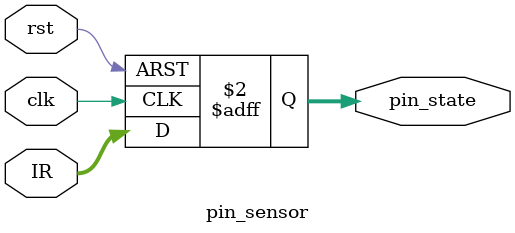
<source format=v>

module pin_sensor(
    input clk, // 100M HZ
    input rst,
    input [2:0] IR,
    output reg [2:0] pin_state // 0: no pin above, 1: pin still
);

    // TODO: this is just barebone implementation
    always @(posedge clk, posedge rst) begin
        if (rst) begin
            pin_state <= 3'b111; // assume in the beginning all pins are up
        end
        else begin
            pin_state <= IR;
        end
    end

endmodule

</source>
